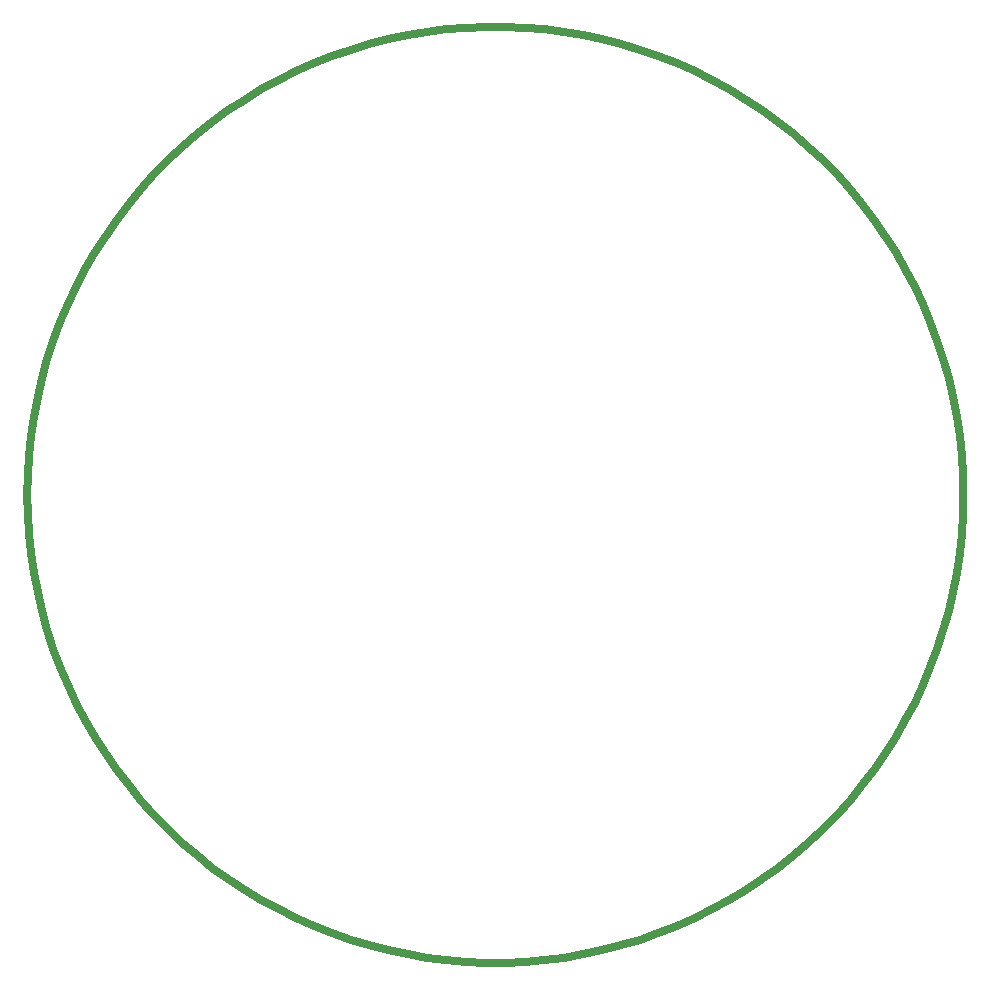
<source format=gko>
G04 -- Generated By PCBWeb Designer*
%FSLAX24Y24*%
%MOIN*%
%OFA0B0*%
%SFA1.0B1.0*%
%AMROTRECT*21,1,$1,$2,0,0,$3*%
%AMROTOBLONG*1,1,$7,$1,$2*1,1,$7,$3,$4*21,1,$5,$6,0,0,$8*%
%ADD10C,0.025*%
%ADD11R,0.045X0.045*%
%ADD12C,0.03*%
%ADD13R,0.055X0.055*%
%ADD14C,0.045*%
%ADD15C,0.055*%
%ADD16C,0.01*%
%ADD17C,0.008*%
%ADD18C,0.024*%
%ADD19C,0.035*%
%ADD20R,0.065X0.065*%
%ADD21C,0.032*%
%ADD22C,0.065*%
%ADD23C,0.005*%
%ADD24C,0.021*%
%ADD25R,0.0591X0.0512*%
%ADD26R,0.0691X0.0612*%
%ADD27R,0.0236X0.0315*%
%ADD28R,0.0336X0.0415*%
%ADD29C,0.033*%
%ADD30C,0.033*%
%ADD31C,0.026*%
%ADD32C,0.015*%
%ADD33C,0.031*%
%ADD34C,0.052*%
%ADD35C,0.062*%
%ADD36C,0.0*%
%ADD37C,0.0275*%
G01*
%LNSTD*%
%LPD*%
G54D10*
X31200Y15600D02*
X31186Y16253D01*
X31145Y16905D01*
X31077Y17555D01*
X30982Y18202D01*
X30859Y18843D01*
X30710Y19480D01*
X30534Y20109D01*
X30332Y20730D01*
X30105Y21343D01*
X29851Y21945D01*
X29573Y22536D01*
X29270Y23115D01*
X28944Y23681D01*
X28594Y24233D01*
X28221Y24769D01*
X27826Y25290D01*
X27409Y25793D01*
X26972Y26279D01*
X26515Y26746D01*
X26038Y27193D01*
X25544Y27620D01*
X25032Y28026D01*
X24503Y28410D01*
X23959Y28772D01*
X23400Y29110D01*
X22827Y29425D01*
X22242Y29715D01*
X21645Y29981D01*
X21038Y30222D01*
X20421Y30436D01*
X19795Y30625D01*
X19162Y30788D01*
X18523Y30924D01*
X17879Y31033D01*
X17231Y31115D01*
X16580Y31169D01*
X15927Y31197D01*
X15273Y31197D01*
X14620Y31169D01*
X13969Y31115D01*
X13321Y31033D01*
X12677Y30924D01*
X12038Y30788D01*
X11405Y30625D01*
X10779Y30436D01*
X10162Y30222D01*
X9555Y29981D01*
X8958Y29715D01*
X8373Y29425D01*
X7800Y29110D01*
X7241Y28772D01*
X6697Y28410D01*
X6168Y28026D01*
X5656Y27620D01*
X5162Y27193D01*
X4685Y26746D01*
X4228Y26279D01*
X3791Y25793D01*
X3374Y25290D01*
X2979Y24769D01*
X2606Y24233D01*
X2256Y23681D01*
X1930Y23115D01*
X1627Y22536D01*
X1349Y21945D01*
X1095Y21343D01*
X868Y20730D01*
X666Y20109D01*
X490Y19480D01*
X341Y18843D01*
X218Y18202D01*
X123Y17555D01*
X55Y16905D01*
X14Y16253D01*
X0Y15600D01*
X0Y15600D01*
X0Y15600D01*
X14Y14947D01*
X55Y14295D01*
X123Y13645D01*
X218Y12998D01*
X341Y12357D01*
X490Y11720D01*
X666Y11091D01*
X868Y10470D01*
X1095Y9857D01*
X1349Y9255D01*
X1627Y8664D01*
X1930Y8085D01*
X2256Y7519D01*
X2606Y6967D01*
X2979Y6431D01*
X3374Y5910D01*
X3791Y5407D01*
X4228Y4921D01*
X4685Y4454D01*
X5162Y4007D01*
X5656Y3580D01*
X6168Y3174D01*
X6697Y2790D01*
X7241Y2428D01*
X7800Y2090D01*
X8373Y1775D01*
X8958Y1485D01*
X9555Y1219D01*
X10162Y978D01*
X10779Y764D01*
X11405Y575D01*
X12038Y412D01*
X12677Y276D01*
X13321Y167D01*
X13969Y85D01*
X14620Y31D01*
X15273Y3D01*
X15927Y3D01*
X16580Y31D01*
X17231Y85D01*
X17879Y167D01*
X18523Y276D01*
X19162Y412D01*
X19795Y575D01*
X20421Y764D01*
X21038Y978D01*
X21645Y1219D01*
X22242Y1485D01*
X22827Y1775D01*
X23400Y2090D01*
X23959Y2428D01*
X24503Y2790D01*
X25032Y3174D01*
X25544Y3580D01*
X26038Y4007D01*
X26515Y4454D01*
X26972Y4921D01*
X27409Y5407D01*
X27826Y5910D01*
X28221Y6431D01*
X28594Y6967D01*
X28944Y7519D01*
X29270Y8085D01*
X29573Y8664D01*
X29851Y9255D01*
X30105Y9857D01*
X30332Y10470D01*
X30534Y11091D01*
X30710Y11720D01*
X30859Y12357D01*
X30982Y12998D01*
X31077Y13645D01*
X31145Y14295D01*
X31186Y14947D01*
X31200Y15600D01*
X31200Y15600D01*
M02*

</source>
